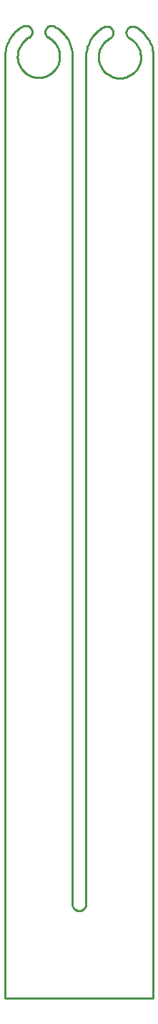
<source format=gm1>
%FSTAX44Y44*%
%MOMM*%
%SFA1B1*%

%IPPOS*%
%ADD13C,0.253999*%
%LNpcb1-1*%
%LPD*%
G54D13*
X00910518Y02034811D02*
D01*
X00910972Y02035074*
X00911405Y02035367*
X00911817Y0203569*
X00912206Y0203604*
X00912569Y02036418*
X00912905Y02036819*
X00913212Y02037243*
X00913489Y02037687*
X00913734Y0203815*
X00913947Y02038628*
X00914125Y0203912*
X00914269Y02039624*
X00914377Y02040136*
X00914449Y02040654*
X00914485Y02041177*
X00914485Y020417*
X00914448Y02042222*
X00914374Y02042741*
X00914265Y02043252*
X0091412Y02043756*
X0091394Y02044247*
X00913726Y02044725*
X0091348Y02045187*
X00913202Y02045631*
X00912894Y02046054*
X00912557Y02046455*
X00912193Y02046831*
X00911803Y02047181*
X00911391Y02047502*
X00910956Y02047794*
X00910503Y02048056*
X00910032Y02048285*
X00909546Y0204848*
X00909048Y02048641*
X0090854Y02048768*
X00908024Y02048858*
X00907504Y02048912*
X0090698Y02048929*
X00906457Y02048911*
X00905937Y02048855*
X00905421Y02048764*
X00904913Y02048637*
X00904416Y02048474*
X00903931Y02048277*
X0090346Y02048047*
X00903459*
X00940898Y02048122D02*
D01*
X00940428Y02048353*
X00939943Y02048549*
X00939445Y02048711*
X00938937Y02048839*
X00938422Y0204893*
X00937902Y02048985*
X00937378Y02049005*
X00936855Y02048987*
X00936334Y02048933*
X00935819Y02048842*
X00935311Y02048717*
X00934813Y02048555*
X00934327Y0204836*
X00933856Y02048131*
X00933403Y0204787*
X00932968Y02047577*
X00932555Y02047256*
X00932166Y02046906*
X00931802Y0204653*
X00931465Y02046129*
X00931156Y02045706*
X00930879Y02045262*
X00930632Y020448*
X00930419Y02044322*
X00930239Y02043831*
X00930094Y02043327*
X00929985Y02042816*
X00929911Y02042297*
X00929874Y02041775*
X00929873Y02041251*
X0092991Y02040729*
X00929982Y02040211*
X0093009Y02039699*
X00930234Y02039195*
X00930412Y02038703*
X00930625Y02038225*
X0093087Y02037762*
X00931146Y02037318*
X00931454Y02036894*
X0093179Y02036493*
X00932153Y02036116*
X00932541Y02035765*
X00932954Y02035442*
X00933387Y02035149*
X00933839Y02034887*
X00962075Y02012828D02*
D01*
X00961978Y02015619*
X00961686Y02018395*
X00961201Y02021145*
X00960526Y02023854*
X00959663Y02026509*
X00958617Y02029098*
X00957393Y02031607*
X00955997Y02034025*
X00954436Y0203634*
X00952717Y0203854*
X00950849Y02040615*
X00948841Y02042554*
X00946702Y02044349*
X00944443Y0204599*
X00942075Y02047469*
X00940898Y02048122*
X00947075Y02012828D02*
D01*
X00947014Y02014572*
X00946832Y02016308*
X00946529Y02018026*
X00946107Y02019719*
X00945568Y02021379*
X00944914Y02022997*
X00944149Y02024565*
X00943277Y02026076*
X00942301Y02027523*
X00941226Y02028898*
X00940059Y02030195*
X00938804Y02031407*
X00937467Y02032529*
X00936055Y02033554*
X00934575Y02034479*
X00933839Y02034887*
X00903459Y02048047D02*
D01*
X00901043Y02046648*
X0089873Y02045084*
X00896533Y02043363*
X0089446Y02041492*
X00892523Y02039481*
X00890731Y0203734*
X00889093Y02035079*
X00887616Y0203271*
X00886309Y02030243*
X00885177Y02027691*
X00884225Y02025066*
X00883459Y02022382*
X00882882Y0201965*
X00882497Y02016884*
X00882305Y02014099*
X00882282Y02012752*
X00910518Y02034811D02*
D01*
X00909008Y02033937*
X00907563Y02032959*
X00906189Y02031883*
X00904894Y02030714*
X00903683Y02029457*
X00902563Y02028119*
X00901539Y02026706*
X00900616Y02025226*
X00899799Y02023684*
X00899091Y02022089*
X00898497Y02020448*
X00898018Y0201877*
X00897657Y02017063*
X00897416Y02015335*
X00897297Y02013594*
X00897299Y02011849*
X00897423Y02010109*
X00897668Y02008381*
X00898033Y02006674*
X00898516Y02004998*
X00899115Y02003359*
X00899826Y02001765*
X00900647Y02000226*
X00901574Y01998747*
X00902601Y01997337*
X00903725Y01996001*
X00904938Y01994748*
X00906236Y01993581*
X00907613Y01992509*
X00909061Y01991535*
X00910573Y01990664*
X00912142Y01989901*
X00913761Y0198925*
X00915421Y01988713*
X00917115Y01988292*
X00918834Y01987991*
X00920569Y01987811*
X00922313Y01987752*
X00924057Y01987816*
X00925792Y01988*
X0092751Y01988305*
X00929203Y0198873*
X00930862Y01989271*
X00932479Y01989926*
X00934046Y01990693*
X00935556Y01991568*
X00937002Y01992545*
X00938376Y01993621*
X00939671Y01994791*
X00940882Y01996047*
X00942001Y01997385*
X00943026Y01998798*
X00943948Y02000279*
X00944766Y02001821*
X00945473Y02003416*
X00946068Y02005056*
X00946547Y02006734*
X00946908Y02008442*
X00947148Y0201017*
X00947268Y02011911*
X00947282Y02012848*
X00844974Y02048837D02*
D01*
X00844504Y02049068*
X00844019Y02049264*
X00843521Y02049426*
X00843014Y02049554*
X00842498Y02049645*
X00841977Y02049701*
X00841454Y0204972*
X00840931Y02049702*
X0084041Y02049648*
X00839895Y02049558*
X00839387Y02049432*
X00838889Y0204927*
X00838403Y02049075*
X00837932Y02048846*
X00837478Y02048585*
X00837044Y02048292*
X00836631Y02047971*
X00836242Y02047621*
X00835878Y02047245*
X00835541Y02046844*
X00835233Y02046421*
X00834955Y02045977*
X00834708Y02045515*
X00834495Y02045037*
X00834315Y02044546*
X0083417Y02044042*
X00834061Y02043531*
X00833987Y02043012*
X0083395Y0204249*
X0083395Y02041966*
X00833985Y02041444*
X00834058Y02040926*
X00834166Y02040414*
X00834309Y0203991*
X00834488Y02039418*
X008347Y0203894*
X00834946Y02038477*
X00835222Y02038033*
X0083553Y02037609*
X00835866Y02037208*
X00836229Y02036831*
X00836618Y0203648*
X0083703Y02036157*
X00837463Y02035864*
X00837915Y02035602*
X00814595Y02035677D02*
D01*
X00815048Y0203594*
X00815482Y02036233*
X00815894Y02036556*
X00816283Y02036907*
X00816646Y02037283*
X00816982Y02037685*
X00817289Y02038109*
X00817566Y02038553*
X00817811Y02039015*
X00818024Y02039494*
X00818202Y02039986*
X00818346Y0204049*
X00818454Y02041002*
X00818526Y0204152*
X00818562Y02042043*
X00818561Y02042566*
X00818524Y02043088*
X00818451Y02043607*
X00818342Y02044119*
X00818197Y02044622*
X00818017Y02045113*
X00817804Y02045591*
X00817557Y02046053*
X00817279Y02046497*
X00816971Y0204692*
X00816634Y02047321*
X0081627Y02047697*
X00815881Y02048046*
X00815468Y02048368*
X00815033Y02048661*
X0081458Y02048922*
X00814109Y02049151*
X00813623Y02049346*
X00813125Y02049507*
X00812617Y02049633*
X00812101Y02049724*
X00811581Y02049778*
X00811057Y02049796*
X00810534Y02049777*
X00810014Y02049721*
X00809498Y0204963*
X00808991Y02049502*
X00808493Y0204934*
X00808008Y02049143*
X00807537Y02048913*
X00807536*
D01*
X0080512Y02047514*
X00802808Y0204595*
X0080061Y02044229*
X00798537Y02042358*
X007966Y02040347*
X00794808Y02038206*
X0079317Y02035945*
X00791694Y02033576*
X00790386Y02031109*
X00789253Y02028557*
X00788302Y02025932*
X00787536Y02023247*
X00786959Y02020516*
X00786574Y02017751*
X00786382Y02014965*
X00786359Y02013618*
X00814595Y02035677D02*
D01*
X00813085Y02034803*
X0081164Y02033826*
X00810266Y0203275*
X00808971Y0203158*
X0080776Y02030324*
X0080664Y02028986*
X00805616Y02027573*
X00804693Y02026091*
X00803876Y0202455*
X00803168Y02022955*
X00802574Y02021314*
X00802095Y02019636*
X00801734Y02017929*
X00801493Y02016201*
X00801374Y0201446*
X00801359Y02013618*
X00866151Y02013543D02*
D01*
X00866054Y02016334*
X00865762Y0201911*
X00865277Y0202186*
X00864602Y02024569*
X00863739Y02027224*
X00862693Y02029813*
X00861469Y02032322*
X00860073Y0203474*
X00858512Y02037055*
X00856793Y02039255*
X00854925Y0204133*
X00852917Y02043269*
X00850778Y02045064*
X00848519Y02046705*
X00846151Y02048184*
X00844974Y02048837*
X00801151Y02013638D02*
D01*
X00801206Y02011894*
X00801381Y02010158*
X00801678Y02008438*
X00802094Y02006744*
X00802627Y02005082*
X00803274Y02003462*
X00804033Y0200189*
X008049Y02000376*
X0080587Y01998926*
X00806939Y01997546*
X00808102Y01996245*
X00809352Y01995028*
X00810685Y01993902*
X00812093Y01992871*
X00813569Y0199194*
X00815107Y01991115*
X00816698Y01990399*
X00818336Y01989796*
X00820011Y01989309*
X00821717Y0198894*
X00823444Y0198869*
X00825184Y01988562*
X00826929Y01988555*
X0082867Y0198867*
X00830399Y01988907*
X00832107Y01989263*
X00833787Y01989738*
X00835428Y01990328*
X00837025Y01991032*
X00838569Y01991845*
X00840052Y01992764*
X00841468Y01993785*
X00842809Y01994901*
X00844069Y01996109*
X00845241Y01997401*
X00846321Y01998772*
X00847302Y02000215*
X0084818Y02001723*
X00848951Y02003288*
X00849611Y02004904*
X00850157Y02006561*
X00850585Y02008253*
X00850895Y0200997*
X00851084Y02011705*
X00851151Y02013448*
X00851097Y02015193*
X00850921Y02016929*
X00850625Y02018648*
X00850209Y02020343*
X00849676Y02022005*
X00849029Y02023625*
X0084827Y02025196*
X00847403Y02026711*
X00846433Y02028161*
X00845364Y0202954*
X00844201Y02030842*
X0084295Y02032058*
X00841618Y02033185*
X0084021Y02034216*
X00838734Y02035147*
X00837915Y02035602*
X00866151Y01012752D02*
D01*
X00866171Y0101219*
X0086623Y0101163*
X00866328Y01011075*
X00866464Y01010529*
X00866638Y01009994*
X00866849Y01009472*
X00867096Y01008966*
X00867377Y01008478*
X00867692Y01008011*
X00868038Y01007568*
X00868415Y01007149*
X0086882Y01006758*
X00869252Y01006396*
X00869707Y01006065*
X00870184Y01005767*
X00870682Y01005503*
X00871196Y01005274*
X00871725Y01005081*
X00872266Y01004926*
X00872817Y01004809*
X00873374Y01004731*
X00873936Y01004691*
X00874499*
X0087506Y01004731*
X00875618Y01004809*
X00876169Y01004926*
X0087671Y01005081*
X00877239Y01005274*
X00877753Y01005503*
X0087825Y01005767*
X00878728Y01006065*
X00879183Y01006396*
X00879614Y01006758*
X0088002Y01007149*
X00880396Y01007568*
X00880743Y01008011*
X00881058Y01008478*
X00881339Y01008966*
X00881586Y01009472*
X00881797Y01009994*
X00881971Y01010529*
X00882107Y01011075*
X00882205Y0101163*
X00882264Y0101219*
X00882282Y01012752*
X00962062Y02012848D02*
Y01075989D01*
X00786371Y01076779D02*
Y02013638D01*
X00866151Y01012752D02*
Y02013543D01*
X00882282Y01012752D02*
Y02012752D01*
X00786272Y00900989D02*
X00962062D01*
Y01075989*
X00786371Y00901779D02*
Y01076779D01*
M02*
</source>
